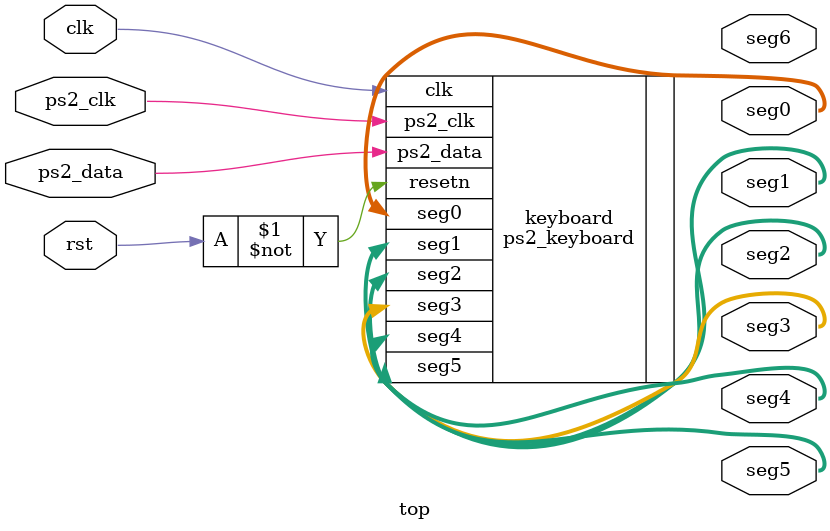
<source format=v>
module top
(
	input clk,
	input rst,
	input ps2_clk,
	input ps2_data,
	output [7:0] seg0,
	output [7:0] seg1,
	output [7:0] seg2,
	output [7:0] seg3,
	output [7:0] seg4,
	output [7:0] seg5,
	output [7:0] seg6
);

ps2_keyboard keyboard(
	.clk(clk),
	.resetn(~rst),
	.ps2_clk(ps2_clk),
	.ps2_data(ps2_data),
	.seg0(seg0),
	.seg1(seg1),
	.seg2(seg2),
	.seg3(seg3),
	.seg4(seg4),
	.seg5(seg5)
);

endmodule



</source>
